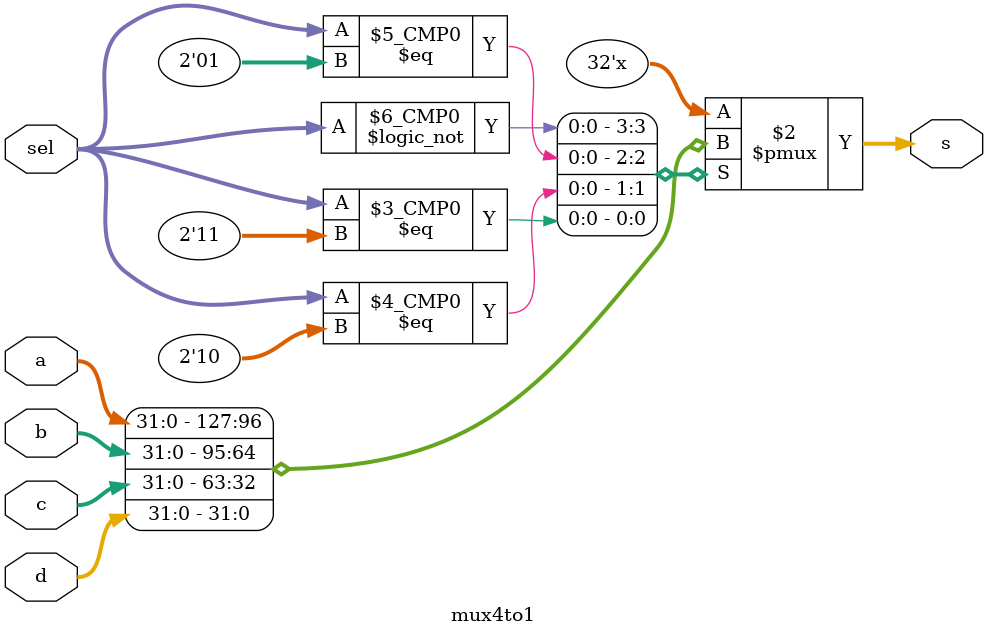
<source format=sv>
module mux4to1(
  input  logic [31:0] a,
  input  logic [31:0] b,
  input  logic [31:0] c,
  input  logic [31:0] d,
  input  logic [ 1:0] sel,
  output logic [31:0] s
);

  always_comb begin
    case(sel)
      2'b00: s = a;
      2'b01: s = b;
      2'b10: s = c;
      2'b11: s = d;
    endcase
  end

endmodule
</source>
